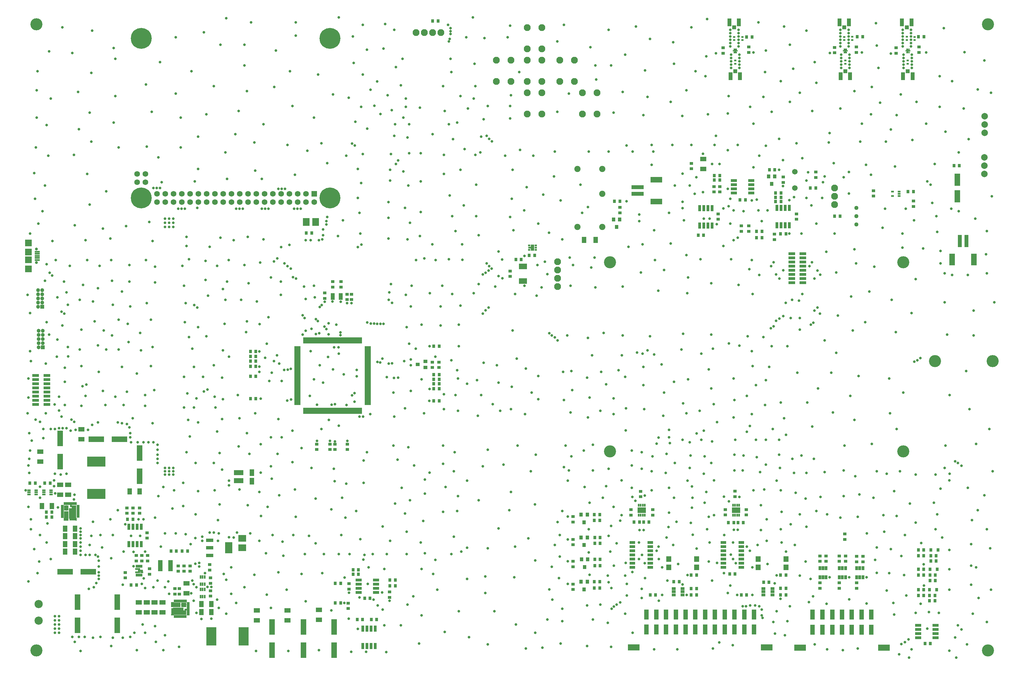
<source format=gts>
G04*
G04 #@! TF.GenerationSoftware,Altium Limited,Altium Designer,22.8.2 (66)*
G04*
G04 Layer_Color=8388736*
%FSLAX23Y23*%
%MOIN*%
G70*
G04*
G04 #@! TF.SameCoordinates,DFBDAC77-D3CC-4506-9E17-829F2540CA52*
G04*
G04*
G04 #@! TF.FilePolarity,Negative*
G04*
G01*
G75*
%ADD97R,0.143X0.073*%
%ADD98R,0.058X0.123*%
%ADD99R,0.036X0.043*%
%ADD100R,0.049X0.095*%
%ADD101R,0.047X0.049*%
%ADD102R,0.028X0.024*%
%ADD103R,0.043X0.036*%
%ADD104R,0.027X0.014*%
%ADD105R,0.022X0.020*%
%ADD106R,0.014X0.021*%
%ADD107R,0.014X0.028*%
%ADD108R,0.067X0.146*%
%ADD109R,0.043X0.045*%
%ADD110R,0.073X0.032*%
%ADD111R,0.077X0.057*%
%ADD112R,0.032X0.073*%
%ADD113R,0.020X0.065*%
%ADD114R,0.102X0.071*%
%ADD115R,0.020X0.035*%
%ADD116R,0.049X0.032*%
%ADD117R,0.065X0.032*%
%ADD118R,0.032X0.049*%
%ADD119R,0.033X0.041*%
%ADD120R,0.045X0.043*%
%ADD121R,0.051X0.083*%
%ADD122R,0.097X0.079*%
%ADD123R,0.091X0.134*%
%ADD124R,0.091X0.043*%
%ADD125R,0.020X0.032*%
%ADD126R,0.032X0.020*%
%ADD127R,0.063X0.020*%
%ADD128R,0.055X0.138*%
%ADD129R,0.022X0.043*%
%ADD130R,0.057X0.077*%
%ADD131R,0.122X0.221*%
%ADD132R,0.067X0.185*%
%ADD133R,0.032X0.014*%
%ADD134R,0.112X0.052*%
%ADD135R,0.030X0.079*%
%ADD136R,0.128X0.088*%
%ADD137R,0.041X0.053*%
%ADD138R,0.158X0.032*%
%ADD139R,0.032X0.059*%
%ADD140R,0.064X0.052*%
%ADD141R,0.031X0.022*%
%ADD142R,0.079X0.097*%
%ADD143R,0.043X0.022*%
%ADD144R,0.185X0.067*%
%ADD145R,0.221X0.122*%
%ADD146R,0.014X0.032*%
%ADD147R,0.052X0.112*%
%ADD148R,0.079X0.030*%
%ADD149R,0.088X0.128*%
%ADD150R,0.053X0.041*%
%ADD151R,0.032X0.158*%
%ADD152R,0.059X0.032*%
%ADD153R,0.052X0.064*%
%ADD154R,0.022X0.031*%
%ADD155R,0.057X0.075*%
%ADD156R,0.061X0.024*%
%ADD157R,0.083X0.079*%
%ADD158R,0.083X0.083*%
%ADD159R,0.059X0.067*%
%ADD160R,0.036X0.024*%
%ADD161R,0.020X0.073*%
%ADD162R,0.073X0.020*%
%ADD163R,0.118X0.063*%
%ADD164R,0.057X0.079*%
%ADD165R,0.083X0.038*%
%ADD166R,0.067X0.142*%
%ADD167R,0.047X0.146*%
%ADD168R,0.142X0.067*%
%ADD169R,0.146X0.047*%
%ADD170R,0.043X0.074*%
%ADD171R,0.026X0.023*%
%ADD172R,0.043X0.023*%
%ADD173C,0.083*%
%ADD174C,0.146*%
%ADD175C,0.036*%
%ADD176C,0.051*%
%ADD177C,0.067*%
%ADD178C,0.079*%
%ADD179R,0.047X0.047*%
%ADD180C,0.047*%
%ADD181C,0.252*%
%ADD182R,0.068X0.068*%
%ADD183C,0.068*%
%ADD184C,0.075*%
%ADD185C,0.099*%
%ADD186C,0.032*%
D97*
X7374Y194D02*
D03*
X8980D02*
D03*
X10397Y191D02*
D03*
X9382D02*
D03*
D98*
X7528Y591D02*
D03*
X7646D02*
D03*
X7764D02*
D03*
X7882D02*
D03*
X8000D02*
D03*
X8118D02*
D03*
X8236D02*
D03*
X8354D02*
D03*
X8472D02*
D03*
X8591D02*
D03*
X8709D02*
D03*
X8827D02*
D03*
X7528Y409D02*
D03*
X7646D02*
D03*
X8236D02*
D03*
X8472D02*
D03*
X8591D02*
D03*
X8709D02*
D03*
X8827D02*
D03*
X8354D02*
D03*
X8118D02*
D03*
X8000D02*
D03*
X7882D02*
D03*
X7764D02*
D03*
X9535Y589D02*
D03*
X9654D02*
D03*
X9772D02*
D03*
X9890D02*
D03*
X10008D02*
D03*
X10126D02*
D03*
X10244D02*
D03*
X9535Y407D02*
D03*
X9654D02*
D03*
X9890D02*
D03*
X10008D02*
D03*
X10126D02*
D03*
X10244D02*
D03*
X9772D02*
D03*
D99*
X3482Y5195D02*
D03*
X3416D02*
D03*
X9867Y5400D02*
D03*
X9801D02*
D03*
X8347Y5890D02*
D03*
X8413D02*
D03*
X8413Y5835D02*
D03*
X8347D02*
D03*
X8723Y5595D02*
D03*
X8657D02*
D03*
X8923Y5140D02*
D03*
X8857D02*
D03*
X9153Y5680D02*
D03*
X9087D02*
D03*
X9087Y5576D02*
D03*
X9153D02*
D03*
X9153Y5627D02*
D03*
X9087D02*
D03*
X9147Y5185D02*
D03*
X9213D02*
D03*
X8218Y5170D02*
D03*
X8152D02*
D03*
X6015Y4875D02*
D03*
X5949D02*
D03*
X6111Y4925D02*
D03*
X6177D02*
D03*
X7492Y1705D02*
D03*
X7558D02*
D03*
X7445D02*
D03*
X7378D02*
D03*
X8067Y825D02*
D03*
X8133D02*
D03*
X8067Y902D02*
D03*
X8133D02*
D03*
X7857Y985D02*
D03*
X7923D02*
D03*
X8066Y1065D02*
D03*
X8132D02*
D03*
X8942Y980D02*
D03*
X9008D02*
D03*
X9147Y825D02*
D03*
X9213D02*
D03*
X9147Y905D02*
D03*
X9213D02*
D03*
X9147Y1065D02*
D03*
X9213D02*
D03*
X8598Y1080D02*
D03*
X8532D02*
D03*
X8583Y1700D02*
D03*
X8517D02*
D03*
X8632D02*
D03*
X8698D02*
D03*
X6897Y910D02*
D03*
X6963D02*
D03*
X6902Y1180D02*
D03*
X6968D02*
D03*
X6902Y1450D02*
D03*
X6968D02*
D03*
X6963Y1795D02*
D03*
X6897D02*
D03*
X6897Y1725D02*
D03*
X6963D02*
D03*
X10812Y1370D02*
D03*
X10878D02*
D03*
Y1300D02*
D03*
X10812D02*
D03*
X11028D02*
D03*
X10962D02*
D03*
X10962Y1235D02*
D03*
X11028D02*
D03*
X10812Y1135D02*
D03*
X10878D02*
D03*
Y1065D02*
D03*
X10812D02*
D03*
X11018D02*
D03*
X10952D02*
D03*
X10952Y1000D02*
D03*
X11018D02*
D03*
X10812Y890D02*
D03*
X10878D02*
D03*
X11013Y820D02*
D03*
X10947D02*
D03*
X10947Y755D02*
D03*
X11013D02*
D03*
X10878Y820D02*
D03*
X10812D02*
D03*
X10892Y240D02*
D03*
X10958D02*
D03*
X2742Y3650D02*
D03*
X2808D02*
D03*
X2742Y3705D02*
D03*
X2808D02*
D03*
X2808Y3465D02*
D03*
X2742D02*
D03*
Y3765D02*
D03*
X2808D02*
D03*
X2742Y3585D02*
D03*
X2808D02*
D03*
X2742Y3197D02*
D03*
X2808D02*
D03*
X5023Y3315D02*
D03*
X4957D02*
D03*
X5023Y3830D02*
D03*
X4957D02*
D03*
X5023Y3170D02*
D03*
X4957D02*
D03*
X5023Y3485D02*
D03*
X4957D02*
D03*
X5023Y3430D02*
D03*
X4957D02*
D03*
Y3375D02*
D03*
X5023D02*
D03*
X1367Y948D02*
D03*
X1301D02*
D03*
X4048Y1130D02*
D03*
X3982D02*
D03*
X3982Y1075D02*
D03*
X4048D02*
D03*
X4122Y785D02*
D03*
X4188D02*
D03*
X4427Y1005D02*
D03*
X4493D02*
D03*
X4427Y935D02*
D03*
X4493D02*
D03*
X1323Y1740D02*
D03*
X1257D02*
D03*
X277Y1765D02*
D03*
X343D02*
D03*
X277Y1825D02*
D03*
X343D02*
D03*
X7572Y828D02*
D03*
X7638D02*
D03*
X8672Y825D02*
D03*
X8738D02*
D03*
X6902Y1520D02*
D03*
X6968D02*
D03*
X6897Y985D02*
D03*
X6963D02*
D03*
X6902Y1255D02*
D03*
X6968D02*
D03*
X77Y2175D02*
D03*
X143D02*
D03*
X257D02*
D03*
X323D02*
D03*
X1917Y1355D02*
D03*
X1983D02*
D03*
X1782D02*
D03*
X1848D02*
D03*
X8923Y5215D02*
D03*
X8857D02*
D03*
X9507Y5740D02*
D03*
X9573D02*
D03*
X10753Y5695D02*
D03*
X10687D02*
D03*
X9012Y5960D02*
D03*
X9078D02*
D03*
X11308Y6010D02*
D03*
X11242D02*
D03*
X4032Y530D02*
D03*
X4098D02*
D03*
X4268D02*
D03*
X4202D02*
D03*
X3833Y965D02*
D03*
X3767D02*
D03*
X3833Y730D02*
D03*
X3767D02*
D03*
X5011Y7756D02*
D03*
X4945D02*
D03*
X10881Y7565D02*
D03*
X10815D02*
D03*
X10139D02*
D03*
X10073D02*
D03*
X8803Y7563D02*
D03*
X8736D02*
D03*
X7206Y5579D02*
D03*
X7139D02*
D03*
D100*
X8529Y7740D02*
D03*
X8645D02*
D03*
X8658Y7090D02*
D03*
X8542D02*
D03*
X9859Y7740D02*
D03*
X9975D02*
D03*
X9988Y7090D02*
D03*
X9872D02*
D03*
X10615Y7740D02*
D03*
X10731D02*
D03*
X10743Y7090D02*
D03*
X10627D02*
D03*
D101*
X8587Y7680D02*
D03*
X8600Y7150D02*
D03*
X9917Y7680D02*
D03*
X9930Y7150D02*
D03*
X10673Y7680D02*
D03*
X10685Y7150D02*
D03*
D102*
X8687Y7525D02*
D03*
Y7564D02*
D03*
X8587Y7525D02*
D03*
Y7564D02*
D03*
X8600Y7240D02*
D03*
Y7280D02*
D03*
X9916Y7525D02*
D03*
Y7564D02*
D03*
X10012Y7525D02*
D03*
Y7565D02*
D03*
X9930Y7240D02*
D03*
Y7280D02*
D03*
X10767Y7525D02*
D03*
Y7564D02*
D03*
X10673Y7525D02*
D03*
Y7565D02*
D03*
X10685Y7240D02*
D03*
Y7280D02*
D03*
D103*
X8455Y7367D02*
D03*
Y7433D02*
D03*
X10754Y5517D02*
D03*
Y5583D02*
D03*
X9179Y5873D02*
D03*
Y5807D02*
D03*
X8345Y5758D02*
D03*
Y5692D02*
D03*
X8415Y5692D02*
D03*
Y5758D02*
D03*
X9340Y5362D02*
D03*
Y5428D02*
D03*
X9075Y5117D02*
D03*
Y5183D02*
D03*
X8765Y5283D02*
D03*
Y5217D02*
D03*
X8675Y5217D02*
D03*
Y5283D02*
D03*
X8395Y5362D02*
D03*
Y5428D02*
D03*
X7340Y1857D02*
D03*
Y1791D02*
D03*
X7605Y1789D02*
D03*
Y1855D02*
D03*
X8480Y1858D02*
D03*
Y1792D02*
D03*
X8735D02*
D03*
Y1858D02*
D03*
X8597Y2079D02*
D03*
Y2012D02*
D03*
X6640Y1432D02*
D03*
Y1498D02*
D03*
Y1707D02*
D03*
Y1773D02*
D03*
X9622Y1232D02*
D03*
Y1298D02*
D03*
X9697Y1232D02*
D03*
Y1298D02*
D03*
X9623Y973D02*
D03*
Y907D02*
D03*
X9932Y1232D02*
D03*
Y1298D02*
D03*
X9858Y1232D02*
D03*
Y1298D02*
D03*
X9857Y972D02*
D03*
Y905D02*
D03*
X10143Y1227D02*
D03*
Y1293D02*
D03*
X10068Y1227D02*
D03*
Y1293D02*
D03*
X10067Y973D02*
D03*
Y907D02*
D03*
X3915Y2582D02*
D03*
Y2648D02*
D03*
X3705Y2582D02*
D03*
Y2648D02*
D03*
X3545Y2582D02*
D03*
Y2648D02*
D03*
X3640Y4473D02*
D03*
Y4407D02*
D03*
X5020Y3638D02*
D03*
Y3572D02*
D03*
X4940Y3572D02*
D03*
Y3638D02*
D03*
X3765Y2582D02*
D03*
Y2648D02*
D03*
X3910Y4458D02*
D03*
Y4392D02*
D03*
X3965Y4458D02*
D03*
Y4392D02*
D03*
X2250Y1193D02*
D03*
Y1127D02*
D03*
X1500Y1303D02*
D03*
Y1237D02*
D03*
X1430D02*
D03*
Y1303D02*
D03*
X1525Y1077D02*
D03*
Y1143D02*
D03*
X1365Y1237D02*
D03*
Y1303D02*
D03*
X2015Y1178D02*
D03*
Y1112D02*
D03*
X1940Y1178D02*
D03*
Y1112D02*
D03*
X1870Y1178D02*
D03*
Y1112D02*
D03*
X3925Y728D02*
D03*
Y662D02*
D03*
X3935Y963D02*
D03*
Y897D02*
D03*
X4425Y797D02*
D03*
Y863D02*
D03*
X2260Y967D02*
D03*
Y1033D02*
D03*
Y812D02*
D03*
Y878D02*
D03*
X1830Y903D02*
D03*
Y837D02*
D03*
X1885Y903D02*
D03*
Y837D02*
D03*
X1495Y1512D02*
D03*
Y1578D02*
D03*
X1250Y1878D02*
D03*
Y1812D02*
D03*
X1405Y1878D02*
D03*
Y1812D02*
D03*
X1325Y1812D02*
D03*
Y1878D02*
D03*
X7206Y5506D02*
D03*
Y5439D02*
D03*
X7458Y2012D02*
D03*
Y2078D02*
D03*
X9925Y1497D02*
D03*
Y1564D02*
D03*
X6640Y958D02*
D03*
Y892D02*
D03*
Y1233D02*
D03*
Y1167D02*
D03*
X1230Y1032D02*
D03*
Y1098D02*
D03*
X8070Y5972D02*
D03*
Y6038D02*
D03*
X9575Y5867D02*
D03*
Y5933D02*
D03*
X10270Y5708D02*
D03*
Y5642D02*
D03*
X3836Y4542D02*
D03*
Y4609D02*
D03*
X3736Y4542D02*
D03*
Y4609D02*
D03*
X10545Y7433D02*
D03*
Y7367D02*
D03*
X10820Y7442D02*
D03*
Y7375D02*
D03*
X9800Y7438D02*
D03*
Y7372D02*
D03*
X10065Y7442D02*
D03*
Y7375D02*
D03*
X8762Y7442D02*
D03*
Y7375D02*
D03*
X5880Y4672D02*
D03*
Y4738D02*
D03*
D104*
X8584Y7395D02*
D03*
X8617D02*
D03*
X9914D02*
D03*
X9946D02*
D03*
X10669D02*
D03*
X10702D02*
D03*
D105*
X8600D02*
D03*
X9930D02*
D03*
X10685D02*
D03*
D106*
X8614Y7375D02*
D03*
X8600Y7376D02*
D03*
X8586D02*
D03*
Y7414D02*
D03*
X8614D02*
D03*
X9944Y7375D02*
D03*
X9930Y7376D02*
D03*
X9916D02*
D03*
Y7414D02*
D03*
X9944D02*
D03*
X10699Y7375D02*
D03*
X10685Y7376D02*
D03*
X10672D02*
D03*
Y7414D02*
D03*
X10699D02*
D03*
D107*
X8600Y7411D02*
D03*
X9930D02*
D03*
X10685D02*
D03*
D108*
X11285Y5640D02*
D03*
Y5840D02*
D03*
D109*
X9040Y5789D02*
D03*
X9003Y5881D02*
D03*
X9077D02*
D03*
X7168Y5269D02*
D03*
X7130Y5361D02*
D03*
X7205D02*
D03*
X6775Y1429D02*
D03*
X6738Y1521D02*
D03*
X6812D02*
D03*
X6775Y1704D02*
D03*
X6738Y1796D02*
D03*
X6812D02*
D03*
X6775Y894D02*
D03*
X6738Y986D02*
D03*
X6812D02*
D03*
X6780Y1164D02*
D03*
X6743Y1256D02*
D03*
X6817D02*
D03*
D110*
X8585Y5830D02*
D03*
Y5780D02*
D03*
Y5730D02*
D03*
Y5680D02*
D03*
X8795Y5830D02*
D03*
Y5780D02*
D03*
Y5730D02*
D03*
Y5680D02*
D03*
X4260Y855D02*
D03*
Y905D02*
D03*
Y955D02*
D03*
Y1005D02*
D03*
X4050Y855D02*
D03*
Y905D02*
D03*
Y955D02*
D03*
Y1005D02*
D03*
X11020Y310D02*
D03*
Y360D02*
D03*
Y410D02*
D03*
Y460D02*
D03*
X10810Y310D02*
D03*
Y360D02*
D03*
Y410D02*
D03*
Y460D02*
D03*
D111*
X8215Y6090D02*
D03*
Y5970D02*
D03*
X1395Y615D02*
D03*
Y735D02*
D03*
X1490Y615D02*
D03*
Y735D02*
D03*
X1585Y615D02*
D03*
Y735D02*
D03*
X1680Y615D02*
D03*
Y735D02*
D03*
X445Y2035D02*
D03*
Y2155D02*
D03*
X540Y2155D02*
D03*
Y2035D02*
D03*
X700Y2705D02*
D03*
Y2825D02*
D03*
X205Y2435D02*
D03*
Y2555D02*
D03*
X1970Y845D02*
D03*
Y965D02*
D03*
X2820Y520D02*
D03*
Y640D02*
D03*
X3570Y525D02*
D03*
Y645D02*
D03*
X3190Y520D02*
D03*
Y640D02*
D03*
D112*
X9105Y5290D02*
D03*
X9155D02*
D03*
X9205D02*
D03*
X9255D02*
D03*
X9105Y5500D02*
D03*
X9155D02*
D03*
X9205D02*
D03*
X9255D02*
D03*
X8170Y5285D02*
D03*
X8220D02*
D03*
X8270D02*
D03*
X8320D02*
D03*
X8170Y5495D02*
D03*
X8220D02*
D03*
X8270D02*
D03*
X8320D02*
D03*
X4250Y420D02*
D03*
X4200D02*
D03*
X4150D02*
D03*
X4100D02*
D03*
X4250Y210D02*
D03*
X4200D02*
D03*
X4150D02*
D03*
X4100D02*
D03*
X1275Y1440D02*
D03*
X1325D02*
D03*
X1375D02*
D03*
X1425D02*
D03*
X1275Y1650D02*
D03*
X1325D02*
D03*
X1375D02*
D03*
X1425D02*
D03*
D113*
X6074Y4792D02*
D03*
X6055D02*
D03*
X6035D02*
D03*
X6015D02*
D03*
X5996D02*
D03*
X6074Y4618D02*
D03*
X6055D02*
D03*
X6035D02*
D03*
X6015D02*
D03*
X5996D02*
D03*
D114*
X7470Y1850D02*
D03*
X8610D02*
D03*
D115*
X7432Y1790D02*
D03*
X7457D02*
D03*
X7483D02*
D03*
X7508D02*
D03*
X7432Y1910D02*
D03*
X7457D02*
D03*
X7483D02*
D03*
X7508D02*
D03*
X8572Y1790D02*
D03*
X8597D02*
D03*
X8623D02*
D03*
X8648D02*
D03*
X8572Y1910D02*
D03*
X8597D02*
D03*
X8623D02*
D03*
X8648D02*
D03*
D116*
X7964Y828D02*
D03*
Y865D02*
D03*
Y902D02*
D03*
X7856D02*
D03*
Y865D02*
D03*
Y828D02*
D03*
X9049D02*
D03*
Y865D02*
D03*
Y902D02*
D03*
X8941D02*
D03*
Y865D02*
D03*
Y828D02*
D03*
D117*
X8458Y1460D02*
D03*
Y1410D02*
D03*
Y1360D02*
D03*
Y1310D02*
D03*
Y1260D02*
D03*
Y1210D02*
D03*
Y1160D02*
D03*
X8672Y1460D02*
D03*
Y1410D02*
D03*
Y1360D02*
D03*
Y1310D02*
D03*
Y1260D02*
D03*
Y1210D02*
D03*
Y1160D02*
D03*
X7572D02*
D03*
Y1210D02*
D03*
Y1260D02*
D03*
Y1310D02*
D03*
Y1360D02*
D03*
Y1410D02*
D03*
Y1460D02*
D03*
X7358Y1160D02*
D03*
Y1210D02*
D03*
Y1260D02*
D03*
Y1310D02*
D03*
Y1360D02*
D03*
Y1410D02*
D03*
Y1460D02*
D03*
D118*
X9697Y1149D02*
D03*
X9660D02*
D03*
X9623D02*
D03*
Y1041D02*
D03*
X9660D02*
D03*
X9697D02*
D03*
X9932Y1149D02*
D03*
X9895D02*
D03*
X9858D02*
D03*
Y1041D02*
D03*
X9895D02*
D03*
X9932D02*
D03*
X10142Y1149D02*
D03*
X10105D02*
D03*
X10068D02*
D03*
Y1041D02*
D03*
X10105D02*
D03*
X10142D02*
D03*
D119*
X10962Y1370D02*
D03*
X11050D02*
D03*
X10953Y1136D02*
D03*
X11041D02*
D03*
X10947Y890D02*
D03*
X11035D02*
D03*
D120*
X4856Y3573D02*
D03*
Y3647D02*
D03*
X4764Y3610D02*
D03*
D121*
X3834Y4430D02*
D03*
X3736D02*
D03*
D122*
X2645Y1396D02*
D03*
Y1510D02*
D03*
D123*
X2481Y1395D02*
D03*
D124*
X2249Y1304D02*
D03*
Y1395D02*
D03*
Y1486D02*
D03*
D125*
X1368Y1173D02*
D03*
X1388D02*
D03*
X1408D02*
D03*
X1427D02*
D03*
Y1067D02*
D03*
X1408D02*
D03*
X1388D02*
D03*
X1368D02*
D03*
X1964Y754D02*
D03*
X1944D02*
D03*
X1925D02*
D03*
X1905D02*
D03*
X1885D02*
D03*
X1865D02*
D03*
X1846D02*
D03*
X1826D02*
D03*
X575Y1929D02*
D03*
X555D02*
D03*
X535D02*
D03*
X516D02*
D03*
X496D02*
D03*
D126*
X1431Y1100D02*
D03*
X1989Y650D02*
D03*
Y670D02*
D03*
Y690D02*
D03*
Y709D02*
D03*
Y729D02*
D03*
X471Y1904D02*
D03*
Y1884D02*
D03*
Y1865D02*
D03*
Y1845D02*
D03*
Y1825D02*
D03*
Y1805D02*
D03*
Y1786D02*
D03*
Y1766D02*
D03*
D127*
X1415Y1120D02*
D03*
X1380Y1100D02*
D03*
Y1139D02*
D03*
D128*
X1776Y1180D02*
D03*
X1654D02*
D03*
D129*
X2191Y1042D02*
D03*
X2165D02*
D03*
X2139D02*
D03*
X2191Y958D02*
D03*
X2165D02*
D03*
X2139D02*
D03*
X2191Y892D02*
D03*
X2165D02*
D03*
X2139D02*
D03*
X2191Y808D02*
D03*
X2165D02*
D03*
X2139D02*
D03*
D130*
X2150Y620D02*
D03*
X2270D02*
D03*
X2270Y715D02*
D03*
X2150D02*
D03*
X225Y1900D02*
D03*
X345D02*
D03*
X625Y1350D02*
D03*
X505D02*
D03*
X625Y1440D02*
D03*
X505D02*
D03*
X625Y1535D02*
D03*
X505D02*
D03*
X625Y1625D02*
D03*
X505D02*
D03*
X1405Y2075D02*
D03*
X1285D02*
D03*
D131*
X2270Y325D02*
D03*
X2660D02*
D03*
D132*
X3755Y440D02*
D03*
Y160D02*
D03*
X3385Y440D02*
D03*
Y160D02*
D03*
X3005Y440D02*
D03*
Y160D02*
D03*
X445Y2435D02*
D03*
Y2715D02*
D03*
X1405Y2260D02*
D03*
Y2540D02*
D03*
X655Y461D02*
D03*
Y741D02*
D03*
X1135Y460D02*
D03*
Y740D02*
D03*
D133*
X1801Y732D02*
D03*
Y588D02*
D03*
D134*
X1840Y707D02*
D03*
D135*
X1800Y627D02*
D03*
D136*
X1870Y631D02*
D03*
D137*
X1947Y614D02*
D03*
D138*
X1895Y566D02*
D03*
D139*
X1989Y611D02*
D03*
D140*
X1936Y707D02*
D03*
D141*
X1960Y651D02*
D03*
D142*
X3416Y5330D02*
D03*
X3530D02*
D03*
D143*
X248Y2091D02*
D03*
Y2065D02*
D03*
Y2039D02*
D03*
X332Y2091D02*
D03*
Y2065D02*
D03*
Y2039D02*
D03*
X68Y2091D02*
D03*
Y2065D02*
D03*
Y2039D02*
D03*
X152Y2091D02*
D03*
Y2065D02*
D03*
Y2039D02*
D03*
D144*
X880Y2705D02*
D03*
X1160D02*
D03*
X505Y1105D02*
D03*
X785D02*
D03*
D145*
X880Y2045D02*
D03*
Y2435D02*
D03*
D146*
X493Y1741D02*
D03*
X637D02*
D03*
D147*
X518Y1780D02*
D03*
D148*
X598Y1740D02*
D03*
D149*
X594Y1810D02*
D03*
D150*
X611Y1887D02*
D03*
D151*
X659Y1835D02*
D03*
D152*
X614Y1929D02*
D03*
D153*
X518Y1876D02*
D03*
D154*
X574Y1900D02*
D03*
D155*
X6914Y5114D02*
D03*
X6774D02*
D03*
D156*
X166Y4895D02*
D03*
Y4920D02*
D03*
Y4946D02*
D03*
Y4869D02*
D03*
Y4971D02*
D03*
D157*
X61Y4763D02*
D03*
Y5078D02*
D03*
D158*
Y4873D02*
D03*
Y4968D02*
D03*
D159*
X8132Y1160D02*
D03*
Y1260D02*
D03*
X7798D02*
D03*
Y1160D02*
D03*
X9212D02*
D03*
Y1260D02*
D03*
X8878D02*
D03*
Y1160D02*
D03*
D160*
X10579Y5644D02*
D03*
Y5670D02*
D03*
Y5696D02*
D03*
X10501D02*
D03*
Y5644D02*
D03*
D161*
X4079Y3901D02*
D03*
X4060D02*
D03*
X4040D02*
D03*
X4020D02*
D03*
X4001D02*
D03*
X3981D02*
D03*
X3961D02*
D03*
X3942D02*
D03*
X3922D02*
D03*
X3902D02*
D03*
X3883D02*
D03*
X3863D02*
D03*
X3843D02*
D03*
X3824D02*
D03*
X3804D02*
D03*
X3784D02*
D03*
X3765D02*
D03*
X3745D02*
D03*
X3725D02*
D03*
X3705D02*
D03*
X3686D02*
D03*
X3666D02*
D03*
X3646D02*
D03*
X3627D02*
D03*
X3607D02*
D03*
X3587D02*
D03*
X3568D02*
D03*
X3548D02*
D03*
X3528D02*
D03*
X3509D02*
D03*
X3489D02*
D03*
X3469D02*
D03*
X3450D02*
D03*
X3430D02*
D03*
X3410D02*
D03*
X3391D02*
D03*
Y3049D02*
D03*
X3410D02*
D03*
X3430D02*
D03*
X3450D02*
D03*
X3469D02*
D03*
X3489D02*
D03*
X3509D02*
D03*
X3528D02*
D03*
X3548D02*
D03*
X3568D02*
D03*
X3587D02*
D03*
X3607D02*
D03*
X3627D02*
D03*
X3646D02*
D03*
X3666D02*
D03*
X3686D02*
D03*
X3705D02*
D03*
X3725D02*
D03*
X3745D02*
D03*
X3765D02*
D03*
X3784D02*
D03*
X3804D02*
D03*
X3824D02*
D03*
X3843D02*
D03*
X3863D02*
D03*
X3883D02*
D03*
X3902D02*
D03*
X3922D02*
D03*
X3942D02*
D03*
X3961D02*
D03*
X3981D02*
D03*
X4001D02*
D03*
X4020D02*
D03*
X4040D02*
D03*
X4060D02*
D03*
X4079D02*
D03*
D162*
X3309Y3819D02*
D03*
Y3800D02*
D03*
Y3780D02*
D03*
Y3760D02*
D03*
Y3741D02*
D03*
Y3721D02*
D03*
Y3701D02*
D03*
Y3682D02*
D03*
Y3662D02*
D03*
Y3642D02*
D03*
Y3623D02*
D03*
Y3603D02*
D03*
Y3583D02*
D03*
Y3564D02*
D03*
Y3544D02*
D03*
Y3524D02*
D03*
Y3505D02*
D03*
Y3485D02*
D03*
Y3465D02*
D03*
Y3445D02*
D03*
Y3426D02*
D03*
Y3406D02*
D03*
Y3386D02*
D03*
Y3367D02*
D03*
Y3347D02*
D03*
Y3327D02*
D03*
Y3308D02*
D03*
Y3288D02*
D03*
Y3268D02*
D03*
Y3249D02*
D03*
Y3229D02*
D03*
Y3209D02*
D03*
Y3190D02*
D03*
Y3170D02*
D03*
Y3150D02*
D03*
Y3131D02*
D03*
X4161D02*
D03*
Y3150D02*
D03*
Y3170D02*
D03*
Y3190D02*
D03*
Y3209D02*
D03*
Y3229D02*
D03*
Y3249D02*
D03*
Y3268D02*
D03*
Y3288D02*
D03*
Y3308D02*
D03*
Y3327D02*
D03*
Y3347D02*
D03*
Y3367D02*
D03*
Y3386D02*
D03*
Y3406D02*
D03*
Y3426D02*
D03*
Y3445D02*
D03*
Y3465D02*
D03*
Y3485D02*
D03*
Y3505D02*
D03*
Y3524D02*
D03*
Y3544D02*
D03*
Y3564D02*
D03*
Y3583D02*
D03*
Y3603D02*
D03*
Y3623D02*
D03*
Y3642D02*
D03*
Y3662D02*
D03*
Y3682D02*
D03*
Y3701D02*
D03*
Y3721D02*
D03*
Y3741D02*
D03*
Y3760D02*
D03*
Y3780D02*
D03*
Y3800D02*
D03*
Y3819D02*
D03*
D163*
X2600Y2302D02*
D03*
Y2208D02*
D03*
D164*
X2760Y2200D02*
D03*
Y2302D02*
D03*
D165*
X148Y3275D02*
D03*
X282D02*
D03*
Y3125D02*
D03*
X148D02*
D03*
X282Y3175D02*
D03*
Y3225D02*
D03*
X148Y3175D02*
D03*
Y3225D02*
D03*
X282Y3325D02*
D03*
Y3375D02*
D03*
X148Y3325D02*
D03*
Y3375D02*
D03*
X282Y3425D02*
D03*
Y3475D02*
D03*
X148Y3425D02*
D03*
Y3475D02*
D03*
X9283Y4745D02*
D03*
X9417D02*
D03*
Y4595D02*
D03*
X9283D02*
D03*
X9417Y4645D02*
D03*
Y4695D02*
D03*
X9283Y4645D02*
D03*
Y4695D02*
D03*
X9417Y4795D02*
D03*
Y4845D02*
D03*
X9283Y4795D02*
D03*
Y4845D02*
D03*
X9417Y4895D02*
D03*
Y4945D02*
D03*
X9283Y4895D02*
D03*
Y4945D02*
D03*
D166*
X11221Y4875D02*
D03*
X11485D02*
D03*
D167*
X11314Y5101D02*
D03*
X11392D02*
D03*
D168*
X7646Y5577D02*
D03*
Y5841D02*
D03*
D169*
X7420Y5670D02*
D03*
Y5749D02*
D03*
D170*
X6150Y5020D02*
D03*
D171*
X6189Y5046D02*
D03*
Y5020D02*
D03*
Y4994D02*
D03*
X6111D02*
D03*
Y5046D02*
D03*
D172*
X6120Y5020D02*
D03*
D173*
X6264Y7283D02*
D03*
Y7028D02*
D03*
X6087Y7283D02*
D03*
Y7028D02*
D03*
X9800Y5740D02*
D03*
Y5640D02*
D03*
Y5540D02*
D03*
X4745Y7618D02*
D03*
X5045D02*
D03*
X4945D02*
D03*
X4845D02*
D03*
X6087Y7421D02*
D03*
Y7677D02*
D03*
X6264Y7421D02*
D03*
Y7677D02*
D03*
X6087Y6634D02*
D03*
Y6890D02*
D03*
X6264Y6634D02*
D03*
Y6890D02*
D03*
X5713Y7028D02*
D03*
Y7283D02*
D03*
X5890Y7028D02*
D03*
Y7283D02*
D03*
X6480Y7028D02*
D03*
Y7283D02*
D03*
X6657Y7028D02*
D03*
Y7283D02*
D03*
X6752Y6634D02*
D03*
Y6890D02*
D03*
X6929Y6634D02*
D03*
Y6890D02*
D03*
X6453Y4850D02*
D03*
Y4550D02*
D03*
Y4650D02*
D03*
Y4750D02*
D03*
D174*
X11710Y3650D02*
D03*
X11015D02*
D03*
X10630Y2559D02*
D03*
X10630Y4843D02*
D03*
X7087Y4843D02*
D03*
X7087Y2559D02*
D03*
X11654Y7717D02*
D03*
Y157D02*
D03*
X157Y7717D02*
D03*
Y157D02*
D03*
D175*
Y4839D02*
D03*
Y5002D02*
D03*
D176*
X10065Y5400D02*
D03*
Y5500D02*
D03*
Y5300D02*
D03*
D177*
X9320Y5937D02*
D03*
Y5740D02*
D03*
D178*
X11610Y6010D02*
D03*
Y6110D02*
D03*
Y5910D02*
D03*
X11615Y6505D02*
D03*
Y6605D02*
D03*
Y6405D02*
D03*
D179*
X232Y3817D02*
D03*
X228Y4308D02*
D03*
D180*
X182Y3817D02*
D03*
X232Y3867D02*
D03*
X182D02*
D03*
X232Y3917D02*
D03*
X182D02*
D03*
X232Y3967D02*
D03*
X182D02*
D03*
X232Y4017D02*
D03*
X182D02*
D03*
X178Y4308D02*
D03*
X228Y4358D02*
D03*
X178D02*
D03*
X228Y4408D02*
D03*
X178D02*
D03*
X228Y4458D02*
D03*
X178D02*
D03*
X228Y4508D02*
D03*
X178D02*
D03*
D181*
X3705Y7548D02*
D03*
X1422D02*
D03*
Y5619D02*
D03*
X3705D02*
D03*
D182*
X3513Y5669D02*
D03*
D183*
X3413D02*
D03*
X3313D02*
D03*
X3213D02*
D03*
X3113D02*
D03*
X3013D02*
D03*
X3513Y5569D02*
D03*
X3413D02*
D03*
X3313D02*
D03*
X3213D02*
D03*
X3113D02*
D03*
X3013D02*
D03*
X2913Y5669D02*
D03*
Y5569D02*
D03*
X2813Y5669D02*
D03*
X2713D02*
D03*
X2613D02*
D03*
X2513D02*
D03*
X2413D02*
D03*
X2313D02*
D03*
X2813Y5569D02*
D03*
X2713D02*
D03*
X2613D02*
D03*
X2513D02*
D03*
X2413D02*
D03*
X2313D02*
D03*
X2213Y5669D02*
D03*
Y5569D02*
D03*
X2113Y5669D02*
D03*
X2013D02*
D03*
X1913D02*
D03*
X1813D02*
D03*
X1713D02*
D03*
X1613D02*
D03*
X2113Y5569D02*
D03*
X2013D02*
D03*
X1913D02*
D03*
X1813D02*
D03*
X1713D02*
D03*
X1613D02*
D03*
X1473Y5910D02*
D03*
X1373D02*
D03*
X1473Y5810D02*
D03*
X1373D02*
D03*
D184*
X6693Y5269D02*
D03*
X6993D02*
D03*
Y5669D02*
D03*
X6693Y5969D02*
D03*
X6993D02*
D03*
D185*
X182Y515D02*
D03*
Y715D02*
D03*
D186*
X520Y1893D02*
D03*
X2270Y922D02*
D03*
X2089Y921D02*
D03*
X1954Y710D02*
D03*
X1947Y614D02*
D03*
X4390Y3457D02*
D03*
X7792Y1647D02*
D03*
X8086Y1552D02*
D03*
X8064Y1696D02*
D03*
X8077Y1879D02*
D03*
X8085Y1999D02*
D03*
X8078Y2137D02*
D03*
X8023Y2208D02*
D03*
Y1065D02*
D03*
X9080Y360D02*
D03*
X9060Y500D02*
D03*
X9100Y630D02*
D03*
X10080Y180D02*
D03*
X9900Y160D02*
D03*
X9710Y170D02*
D03*
X9560Y230D02*
D03*
X9200Y340D02*
D03*
X9230Y510D02*
D03*
X9260Y690D02*
D03*
X9490Y740D02*
D03*
X9540Y810D02*
D03*
X9510Y1020D02*
D03*
X11450Y950D02*
D03*
X11470Y600D02*
D03*
X11640Y500D02*
D03*
X11400Y230D02*
D03*
X11270Y70D02*
D03*
X10700D02*
D03*
X10580Y110D02*
D03*
X10730Y170D02*
D03*
X10920Y420D02*
D03*
X11060Y610D02*
D03*
X10940Y620D02*
D03*
X10840Y720D02*
D03*
X10780Y610D02*
D03*
X10520Y590D02*
D03*
X10510Y730D02*
D03*
X10430Y880D02*
D03*
X10460Y1090D02*
D03*
X10290Y1250D02*
D03*
X11450Y1180D02*
D03*
X11540Y790D02*
D03*
X11690Y890D02*
D03*
X11510Y1160D02*
D03*
X11680Y1390D02*
D03*
X11460Y1730D02*
D03*
X11640Y1620D02*
D03*
X11450Y1440D02*
D03*
X11100Y1520D02*
D03*
X11020Y1620D02*
D03*
X11040Y1800D02*
D03*
X11000Y1940D02*
D03*
X11080Y2110D02*
D03*
X10710Y1930D02*
D03*
X10780Y1700D02*
D03*
X10650Y1550D02*
D03*
X10480Y1380D02*
D03*
X10400Y1590D02*
D03*
X10310Y1400D02*
D03*
X10190Y1570D02*
D03*
X10390Y1790D02*
D03*
X10550Y1780D02*
D03*
X10520Y2080D02*
D03*
X10270Y2000D02*
D03*
X9910Y2020D02*
D03*
X10080Y1770D02*
D03*
X9870Y1760D02*
D03*
X10100Y2040D02*
D03*
X9630Y2010D02*
D03*
X9710Y1800D02*
D03*
X9460Y1650D02*
D03*
X9380Y1060D02*
D03*
X9450Y1230D02*
D03*
X9320Y1430D02*
D03*
X9270Y1680D02*
D03*
X9330Y2060D02*
D03*
X9580Y1840D02*
D03*
X9450Y1990D02*
D03*
X9380Y1800D02*
D03*
X9160Y1460D02*
D03*
X9150Y1620D02*
D03*
X9160Y1830D02*
D03*
X9150Y2090D02*
D03*
X11610Y2030D02*
D03*
X11530Y1850D02*
D03*
X11410Y2120D02*
D03*
X11710Y2320D02*
D03*
X11140Y2630D02*
D03*
X11510Y2650D02*
D03*
X11190Y2290D02*
D03*
X11130Y2360D02*
D03*
X11020Y2280D02*
D03*
X10780D02*
D03*
X10590Y2320D02*
D03*
X10430Y2290D02*
D03*
X10310Y2320D02*
D03*
X10050Y2260D02*
D03*
X9910Y2330D02*
D03*
X9680Y2310D02*
D03*
X9550Y2470D02*
D03*
X9460Y2300D02*
D03*
X9290Y2470D02*
D03*
X9310Y2300D02*
D03*
X9130Y2700D02*
D03*
X9140Y2360D02*
D03*
X9130Y2520D02*
D03*
X9400Y2510D02*
D03*
X10250Y2650D02*
D03*
X10550Y2830D02*
D03*
X10470Y3020D02*
D03*
X9990Y3230D02*
D03*
X9780Y3030D02*
D03*
X10040Y2940D02*
D03*
X9760Y3510D02*
D03*
X9920Y2630D02*
D03*
X9190Y2960D02*
D03*
X9470Y3150D02*
D03*
X9530Y2860D02*
D03*
X9150Y3150D02*
D03*
X9350Y3510D02*
D03*
X9600Y3320D02*
D03*
X10090Y3470D02*
D03*
X10460Y3440D02*
D03*
X10630Y3270D02*
D03*
X11670Y2830D02*
D03*
X11430Y3070D02*
D03*
X11190Y3240D02*
D03*
X11390Y3530D02*
D03*
X11160Y3970D02*
D03*
X11480Y3960D02*
D03*
X11730Y4360D02*
D03*
X11480Y4260D02*
D03*
X11130Y4360D02*
D03*
X10730Y4230D02*
D03*
X10540Y4000D02*
D03*
X10170Y4120D02*
D03*
X10020Y4020D02*
D03*
X9820Y3750D02*
D03*
X9230Y3830D02*
D03*
X9380Y4030D02*
D03*
X9680Y3900D02*
D03*
X9840Y4200D02*
D03*
X10000Y4430D02*
D03*
X10780Y4640D02*
D03*
X10490Y4390D02*
D03*
X10280Y4790D02*
D03*
X10060Y4830D02*
D03*
X10220Y4490D02*
D03*
X9370Y4380D02*
D03*
X9380Y4170D02*
D03*
X9270D02*
D03*
X9410Y4460D02*
D03*
X9820Y4720D02*
D03*
X9700Y4970D02*
D03*
X10040Y5000D02*
D03*
X10620Y5020D02*
D03*
X10870Y5010D02*
D03*
X11080Y4980D02*
D03*
Y4830D02*
D03*
X11130Y4710D02*
D03*
X11220Y4690D02*
D03*
X11410D02*
D03*
X11640Y4710D02*
D03*
X11630Y4940D02*
D03*
X11640Y5220D02*
D03*
X10620Y5190D02*
D03*
X9400D02*
D03*
X9800D02*
D03*
X10380Y5260D02*
D03*
X10410Y5490D02*
D03*
X10660D02*
D03*
X10760Y5350D02*
D03*
X11040Y5210D02*
D03*
X11700Y5640D02*
D03*
X11500Y5370D02*
D03*
X11300Y5460D02*
D03*
X11210Y5490D02*
D03*
X11030Y5400D02*
D03*
X10980Y5560D02*
D03*
X10960Y5780D02*
D03*
X9580Y5310D02*
D03*
X9520Y5530D02*
D03*
X9650Y5620D02*
D03*
X9910Y5870D02*
D03*
X9680Y5880D02*
D03*
X9660Y5810D02*
D03*
X9480Y5930D02*
D03*
X9460Y5830D02*
D03*
Y5620D02*
D03*
X9310Y5630D02*
D03*
X8520Y5520D02*
D03*
X8540Y5610D02*
D03*
X8800Y5590D02*
D03*
X8860Y5600D02*
D03*
X8820Y5990D02*
D03*
X11420Y6330D02*
D03*
X11300Y6170D02*
D03*
X11010Y6030D02*
D03*
X10920Y5820D02*
D03*
X10530Y6000D02*
D03*
X10240Y5900D02*
D03*
X10180Y6020D02*
D03*
X9790Y6040D02*
D03*
X9410Y6100D02*
D03*
X9340Y6280D02*
D03*
X9730Y6290D02*
D03*
X10110Y6300D02*
D03*
X10420D02*
D03*
X10740Y6320D02*
D03*
X11140Y6420D02*
D03*
X11360Y6700D02*
D03*
X11690Y6890D02*
D03*
X11530Y6930D02*
D03*
X11070Y6720D02*
D03*
Y7090D02*
D03*
X11220Y7030D02*
D03*
X11610Y7280D02*
D03*
X11370Y7380D02*
D03*
X11120Y7670D02*
D03*
X10600Y6870D02*
D03*
X10790Y6780D02*
D03*
X10550Y6620D02*
D03*
X10240Y6630D02*
D03*
X10350Y6770D02*
D03*
X10250Y6960D02*
D03*
X10300Y7730D02*
D03*
X10310Y7460D02*
D03*
X10330Y7190D02*
D03*
X9560Y7260D02*
D03*
X9870Y6700D02*
D03*
X10040Y6910D02*
D03*
X9580Y7010D02*
D03*
X9530Y6670D02*
D03*
X9040Y6660D02*
D03*
X9150Y7030D02*
D03*
X9260Y6780D02*
D03*
X9380Y6890D02*
D03*
X9300Y7180D02*
D03*
X9260Y7470D02*
D03*
X9460Y7640D02*
D03*
X9190Y7690D02*
D03*
X10735Y7190D02*
D03*
Y7230D02*
D03*
Y7270D02*
D03*
Y7310D02*
D03*
X10635Y7190D02*
D03*
Y7230D02*
D03*
Y7270D02*
D03*
Y7310D02*
D03*
Y7350D02*
D03*
X10735D02*
D03*
X10625Y7450D02*
D03*
Y7490D02*
D03*
Y7530D02*
D03*
Y7570D02*
D03*
Y7610D02*
D03*
Y7650D02*
D03*
X10725D02*
D03*
Y7610D02*
D03*
Y7570D02*
D03*
Y7530D02*
D03*
Y7490D02*
D03*
Y7450D02*
D03*
X9980Y7190D02*
D03*
Y7230D02*
D03*
Y7270D02*
D03*
Y7310D02*
D03*
X9880Y7190D02*
D03*
Y7230D02*
D03*
Y7270D02*
D03*
Y7310D02*
D03*
Y7350D02*
D03*
X9980D02*
D03*
X9870Y7450D02*
D03*
Y7490D02*
D03*
Y7530D02*
D03*
Y7570D02*
D03*
Y7610D02*
D03*
Y7650D02*
D03*
X9970D02*
D03*
Y7610D02*
D03*
Y7570D02*
D03*
Y7530D02*
D03*
Y7490D02*
D03*
Y7450D02*
D03*
X8640D02*
D03*
Y7490D02*
D03*
Y7530D02*
D03*
Y7570D02*
D03*
Y7610D02*
D03*
Y7650D02*
D03*
X8540D02*
D03*
Y7610D02*
D03*
Y7570D02*
D03*
Y7530D02*
D03*
Y7490D02*
D03*
Y7450D02*
D03*
X8650Y7350D02*
D03*
X8550D02*
D03*
Y7310D02*
D03*
Y7270D02*
D03*
Y7230D02*
D03*
Y7190D02*
D03*
X8650Y7310D02*
D03*
Y7270D02*
D03*
Y7230D02*
D03*
Y7190D02*
D03*
X6450Y6660D02*
D03*
X6590Y6880D02*
D03*
X8260Y7780D02*
D03*
X8880Y7740D02*
D03*
X8970Y7400D02*
D03*
X8960Y7140D02*
D03*
X8940Y6840D02*
D03*
X8520Y6850D02*
D03*
X8780Y6720D02*
D03*
X8510Y6640D02*
D03*
X8010Y6920D02*
D03*
X8270Y6630D02*
D03*
X7960Y6610D02*
D03*
X7490Y6620D02*
D03*
X7130Y6650D02*
D03*
X7540Y6840D02*
D03*
X8120Y7150D02*
D03*
X8240Y7090D02*
D03*
X7820Y6780D02*
D03*
X7510Y7160D02*
D03*
X6920Y7050D02*
D03*
X7240Y6900D02*
D03*
X6910Y7220D02*
D03*
X7100D02*
D03*
X7860Y7240D02*
D03*
X8250Y7330D02*
D03*
X8070Y7680D02*
D03*
X7570Y7540D02*
D03*
X7270Y7350D02*
D03*
X7070Y7650D02*
D03*
X7850Y7500D02*
D03*
X7400Y7690D02*
D03*
X6850Y7440D02*
D03*
X6530Y7710D02*
D03*
X6450Y7510D02*
D03*
X5880Y7700D02*
D03*
X5850Y7560D02*
D03*
X5990Y7140D02*
D03*
X5890Y6860D02*
D03*
X5880Y6730D02*
D03*
Y6580D02*
D03*
X7590Y6020D02*
D03*
X8320Y6030D02*
D03*
X8410D02*
D03*
X8890Y6130D02*
D03*
X8970Y6250D02*
D03*
X8630Y6260D02*
D03*
X8350D02*
D03*
X8070D02*
D03*
X7840D02*
D03*
X7610Y6180D02*
D03*
X7590Y6260D02*
D03*
X7360Y6180D02*
D03*
X7070D02*
D03*
X6830D02*
D03*
X6420D02*
D03*
X6160Y6130D02*
D03*
X6000Y6200D02*
D03*
X5820Y6130D02*
D03*
X6280Y5660D02*
D03*
X8920Y5340D02*
D03*
X8990Y5470D02*
D03*
X8880D02*
D03*
X8700Y5460D02*
D03*
X8580Y5470D02*
D03*
X8630Y5140D02*
D03*
X8580Y5110D02*
D03*
X8540Y5310D02*
D03*
X8290Y5370D02*
D03*
X8220D02*
D03*
X7980Y5350D02*
D03*
X8110Y5670D02*
D03*
X8050Y5770D02*
D03*
X8130Y5870D02*
D03*
X7870Y5770D02*
D03*
X7800Y5440D02*
D03*
X7440Y5420D02*
D03*
Y5340D02*
D03*
X7620Y5230D02*
D03*
X6330Y4700D02*
D03*
X6300Y4850D02*
D03*
X6210Y4810D02*
D03*
X5700Y4550D02*
D03*
X5940Y4460D02*
D03*
X6200Y4440D02*
D03*
X6260Y4540D02*
D03*
X6750Y5440D02*
D03*
X6820Y5510D02*
D03*
X6730Y5780D02*
D03*
X6410Y5880D02*
D03*
X6080Y5750D02*
D03*
X5910Y5960D02*
D03*
X5900Y5610D02*
D03*
X6220Y5310D02*
D03*
X6490Y5590D02*
D03*
X6050Y5470D02*
D03*
X5880Y5390D02*
D03*
X5920Y5230D02*
D03*
X6350Y5200D02*
D03*
X6510Y5120D02*
D03*
X6600Y4900D02*
D03*
X6640Y4810D02*
D03*
X6610Y4560D02*
D03*
X6900Y4900D02*
D03*
X6860Y4780D02*
D03*
X6910Y4540D02*
D03*
X7240Y4550D02*
D03*
X7460Y4720D02*
D03*
X7310Y5030D02*
D03*
X7480Y5060D02*
D03*
X7630Y4870D02*
D03*
X7820Y5070D02*
D03*
X8010Y4930D02*
D03*
X7740Y4750D02*
D03*
X7670Y4500D02*
D03*
X8020Y4470D02*
D03*
X8030Y4660D02*
D03*
X8180Y4880D02*
D03*
X8310Y4590D02*
D03*
X8770Y4760D02*
D03*
X8640Y4570D02*
D03*
X8550Y4880D02*
D03*
X8800Y4870D02*
D03*
X8890Y4690D02*
D03*
X8810Y4460D02*
D03*
X5910Y4020D02*
D03*
X6871Y3720D02*
D03*
X7230D02*
D03*
X7480Y3740D02*
D03*
X7620Y3730D02*
D03*
X7950Y3790D02*
D03*
X8190Y3740D02*
D03*
X8330Y3800D02*
D03*
X6570Y3960D02*
D03*
X6820Y3930D02*
D03*
X7010Y3990D02*
D03*
X7240Y3960D02*
D03*
X7570Y3950D02*
D03*
X7970Y3980D02*
D03*
X8310Y3970D02*
D03*
X8750Y3950D02*
D03*
X8940Y3940D02*
D03*
X9040Y3830D02*
D03*
X8800Y3770D02*
D03*
X8850Y3360D02*
D03*
X8810Y3590D02*
D03*
X9010Y3580D02*
D03*
X8970Y3420D02*
D03*
X8740Y3230D02*
D03*
X8960Y3120D02*
D03*
X8800Y3010D02*
D03*
X8580Y3440D02*
D03*
X8590Y3180D02*
D03*
X8580Y2970D02*
D03*
X7860Y3400D02*
D03*
X7710Y3610D02*
D03*
X8280Y3550D02*
D03*
X8030Y3430D02*
D03*
X7740Y3270D02*
D03*
X7970Y3140D02*
D03*
X8310Y3320D02*
D03*
X8340Y3130D02*
D03*
X8170Y3050D02*
D03*
X8010Y3020D02*
D03*
X7730Y2990D02*
D03*
X7500Y3070D02*
D03*
X7490Y3360D02*
D03*
Y3580D02*
D03*
X7040Y3370D02*
D03*
X7270Y3460D02*
D03*
X7190Y3540D02*
D03*
X6980Y3520D02*
D03*
X6810Y3450D02*
D03*
X6840Y3210D02*
D03*
X7130Y3200D02*
D03*
X7280Y3080D02*
D03*
X7130Y3010D02*
D03*
X6970Y3050D02*
D03*
X6820Y2970D02*
D03*
X6610Y3030D02*
D03*
X6530Y3180D02*
D03*
X6630Y3300D02*
D03*
X6620Y3530D02*
D03*
X6520Y3520D02*
D03*
X5530Y3240D02*
D03*
X5900Y3340D02*
D03*
X5740Y3390D02*
D03*
X5480Y3420D02*
D03*
X5560Y3630D02*
D03*
X5720Y3600D02*
D03*
X5960Y3680D02*
D03*
X6070Y3560D02*
D03*
X6220Y3470D02*
D03*
X6140Y3270D02*
D03*
X6220Y3190D02*
D03*
X6060Y3010D02*
D03*
X5890Y3070D02*
D03*
X5760Y3050D02*
D03*
X5670Y3130D02*
D03*
X5490Y2990D02*
D03*
X7810Y2660D02*
D03*
X7800Y2820D02*
D03*
Y2730D02*
D03*
X8050Y2670D02*
D03*
X8190Y2700D02*
D03*
X8220Y2810D02*
D03*
X8320Y2680D02*
D03*
X8600Y2700D02*
D03*
X8850D02*
D03*
X8970D02*
D03*
X8860Y2490D02*
D03*
X8970Y2400D02*
D03*
X8900Y2310D02*
D03*
X8950Y2100D02*
D03*
X8820Y2090D02*
D03*
X8910Y1910D02*
D03*
X8980Y1740D02*
D03*
X8910Y1610D02*
D03*
X8980Y1480D02*
D03*
X8870Y1430D02*
D03*
X8990Y1200D02*
D03*
X8690Y2330D02*
D03*
X8700Y2510D02*
D03*
X8590Y2330D02*
D03*
Y2520D02*
D03*
X8230Y2500D02*
D03*
X8310Y2420D02*
D03*
X8220Y2290D02*
D03*
X8050Y2360D02*
D03*
X8060Y2510D02*
D03*
X7770Y2530D02*
D03*
X7870Y2420D02*
D03*
X7760Y2300D02*
D03*
X7590Y2320D02*
D03*
X7600Y2500D02*
D03*
X7470Y2350D02*
D03*
Y2550D02*
D03*
X7350Y2390D02*
D03*
Y2570D02*
D03*
X7070Y2350D02*
D03*
X6880Y2640D02*
D03*
X6770Y2570D02*
D03*
X6880Y2330D02*
D03*
X6590D02*
D03*
X6530Y2370D02*
D03*
X6620Y2500D02*
D03*
X6550Y2630D02*
D03*
X6190Y2520D02*
D03*
X6130Y2320D02*
D03*
X5970Y2630D02*
D03*
X5800Y2400D02*
D03*
X5610Y2580D02*
D03*
X5550Y2380D02*
D03*
X7620Y170D02*
D03*
X7900D02*
D03*
X8330Y180D02*
D03*
X8570Y220D02*
D03*
X8280Y1230D02*
D03*
X8290Y1460D02*
D03*
X8260Y1620D02*
D03*
X8280Y1770D02*
D03*
X8230Y1940D02*
D03*
X8250Y2070D02*
D03*
X7800Y2120D02*
D03*
X7590Y2090D02*
D03*
X7350Y2120D02*
D03*
X7040Y2140D02*
D03*
X6780Y2130D02*
D03*
X6840Y1940D02*
D03*
X7000Y2000D02*
D03*
X7130Y1890D02*
D03*
X7860Y2000D02*
D03*
X7800Y1820D02*
D03*
X7890Y1710D02*
D03*
X7770Y1520D02*
D03*
X7850Y1430D02*
D03*
X7910Y1200D02*
D03*
X7780Y1000D02*
D03*
X8320D02*
D03*
X8510Y850D02*
D03*
X8540Y940D02*
D03*
X8930Y550D02*
D03*
X8920Y580D02*
D03*
Y650D02*
D03*
X8840Y700D02*
D03*
X8889Y691D02*
D03*
X8780Y700D02*
D03*
X8730Y690D02*
D03*
X8690D02*
D03*
X7470Y790D02*
D03*
Y900D02*
D03*
X7510Y1030D02*
D03*
X7270Y1060D02*
D03*
X7070Y980D02*
D03*
X7090Y1350D02*
D03*
X7070Y1540D02*
D03*
X7100Y1660D02*
D03*
X6840Y1070D02*
D03*
X6830Y1620D02*
D03*
Y1340D02*
D03*
X5870Y1850D02*
D03*
X6180Y1920D02*
D03*
X5890Y2070D02*
D03*
X5500Y1970D02*
D03*
X5740Y1630D02*
D03*
X6100Y1510D02*
D03*
X5940Y1410D02*
D03*
X5610Y1390D02*
D03*
X6510Y1840D02*
D03*
X6480Y1550D02*
D03*
Y1290D02*
D03*
X6470Y1030D02*
D03*
X7060Y1060D02*
D03*
X7290Y960D02*
D03*
Y820D02*
D03*
X6880Y530D02*
D03*
X6810Y700D02*
D03*
X6970Y710D02*
D03*
X7060Y490D02*
D03*
X7270Y600D02*
D03*
X7100Y200D02*
D03*
X6810Y210D02*
D03*
X6490Y240D02*
D03*
X6510Y510D02*
D03*
Y660D02*
D03*
X6390Y770D02*
D03*
X6330Y530D02*
D03*
X5950Y470D02*
D03*
X6270Y190D02*
D03*
X6070Y180D02*
D03*
X5384Y316D02*
D03*
X5690Y630D02*
D03*
X5930Y1040D02*
D03*
X5580Y1050D02*
D03*
X5260Y630D02*
D03*
X5580Y850D02*
D03*
X5610Y230D02*
D03*
X5090Y380D02*
D03*
X5000Y890D02*
D03*
X4810Y580D02*
D03*
X4780Y240D02*
D03*
X4230Y770D02*
D03*
X4170Y1160D02*
D03*
X4160Y960D02*
D03*
X4360Y1140D02*
D03*
X4810D02*
D03*
X5360Y1020D02*
D03*
X4950Y1080D02*
D03*
X4710Y810D02*
D03*
X4640Y710D02*
D03*
X4560Y460D02*
D03*
X4280Y700D02*
D03*
X4340Y650D02*
D03*
X4360Y460D02*
D03*
X4140Y140D02*
D03*
X2810Y150D02*
D03*
X3200D02*
D03*
X3570Y160D02*
D03*
X3960Y140D02*
D03*
X3930Y540D02*
D03*
X3720Y640D02*
D03*
X3410Y750D02*
D03*
X3360Y1080D02*
D03*
X3610Y1090D02*
D03*
X3180Y890D02*
D03*
X3080Y1100D02*
D03*
X2790Y1070D02*
D03*
X2990Y670D02*
D03*
X2940Y830D02*
D03*
X2670Y920D02*
D03*
X2570Y730D02*
D03*
X2450Y1010D02*
D03*
X2510Y840D02*
D03*
Y1160D02*
D03*
X2420Y1080D02*
D03*
X2930Y1330D02*
D03*
X3140Y1300D02*
D03*
X3400Y1320D02*
D03*
X3630D02*
D03*
X3810D02*
D03*
X3940D02*
D03*
X4120Y1310D02*
D03*
X4220Y1320D02*
D03*
X4390D02*
D03*
X4630D02*
D03*
X4850Y1330D02*
D03*
X5170Y1320D02*
D03*
X5290Y1350D02*
D03*
X5240Y1840D02*
D03*
X5070Y1830D02*
D03*
X5200Y1530D02*
D03*
X4800Y1460D02*
D03*
X4630Y1590D02*
D03*
X4430Y1480D02*
D03*
X4070Y1500D02*
D03*
X3260Y1550D02*
D03*
X2540Y1520D02*
D03*
X2580Y1580D02*
D03*
X2740Y1570D02*
D03*
X3840Y1550D02*
D03*
X3530Y1450D02*
D03*
X3450Y1540D02*
D03*
X3130Y1470D02*
D03*
X3010Y1550D02*
D03*
X2850Y1480D02*
D03*
X3890Y1760D02*
D03*
X3850Y2000D02*
D03*
X3720Y1860D02*
D03*
X3530Y1990D02*
D03*
X3290Y1770D02*
D03*
X3090Y2030D02*
D03*
X2870Y1780D02*
D03*
X2710Y1910D02*
D03*
X2950Y1890D02*
D03*
X4020Y1840D02*
D03*
X4110Y2180D02*
D03*
X3900Y2170D02*
D03*
X3760Y2200D02*
D03*
X3280Y2100D02*
D03*
X3000Y2230D02*
D03*
X2850Y2070D02*
D03*
X2610Y2100D02*
D03*
X4830Y1720D02*
D03*
X4490Y1930D02*
D03*
X4610Y1810D02*
D03*
X4850Y2050D02*
D03*
X4670Y1970D02*
D03*
X4570Y2120D02*
D03*
X4850Y2220D02*
D03*
X5250Y2020D02*
D03*
X5100Y2130D02*
D03*
X5200Y2320D02*
D03*
X5070Y2410D02*
D03*
X5210Y2550D02*
D03*
X5070Y2630D02*
D03*
X4470D02*
D03*
X4720Y2390D02*
D03*
X4520Y2460D02*
D03*
X4650Y2610D02*
D03*
X5080Y3070D02*
D03*
X5250Y3050D02*
D03*
X5080Y3250D02*
D03*
X5220Y3240D02*
D03*
X5250Y3440D02*
D03*
X5240Y3540D02*
D03*
X5170Y3660D02*
D03*
X5260Y3830D02*
D03*
X4660Y3860D02*
D03*
X4740Y3800D02*
D03*
X4600Y3650D02*
D03*
X4680Y3670D02*
D03*
Y3600D02*
D03*
X4810Y3430D02*
D03*
X4680Y3290D02*
D03*
X4470Y3270D02*
D03*
X4610Y3080D02*
D03*
X4840Y3020D02*
D03*
X4480Y2980D02*
D03*
X4190Y3010D02*
D03*
X4000Y3160D02*
D03*
X3690Y2940D02*
D03*
X3810Y2870D02*
D03*
X3600Y2830D02*
D03*
X4150Y2550D02*
D03*
X4110Y2450D02*
D03*
X3750Y2350D02*
D03*
X3480Y2360D02*
D03*
X3250Y2430D02*
D03*
X3070Y2530D02*
D03*
X3360Y2600D02*
D03*
X2990Y2380D02*
D03*
X3120Y2730D02*
D03*
X2990D02*
D03*
X2730Y2530D02*
D03*
X2600Y2620D02*
D03*
X2700Y2780D02*
D03*
X2610Y2960D02*
D03*
X2800Y3020D02*
D03*
X3080Y2950D02*
D03*
X3250Y2810D02*
D03*
X3460Y3230D02*
D03*
X3740Y3550D02*
D03*
X3620Y3390D02*
D03*
X3510Y3430D02*
D03*
X3580Y3600D02*
D03*
X3870Y3490D02*
D03*
X3810Y3740D02*
D03*
X3680Y3700D02*
D03*
X3470Y3770D02*
D03*
X3120Y3410D02*
D03*
X2970D02*
D03*
X2590Y3240D02*
D03*
X2920Y3690D02*
D03*
X3090Y3620D02*
D03*
X3000Y3510D02*
D03*
X2960Y4180D02*
D03*
X2940Y3860D02*
D03*
X2690Y4000D02*
D03*
X2700Y4130D02*
D03*
X3480Y4040D02*
D03*
X3780Y4090D02*
D03*
X5260D02*
D03*
X5040Y4080D02*
D03*
X4810Y4090D02*
D03*
X4630Y4060D02*
D03*
X4680Y4310D02*
D03*
X5040D02*
D03*
X5280Y4320D02*
D03*
X5440Y4470D02*
D03*
X5500Y4580D02*
D03*
X5180Y4460D02*
D03*
X5060Y4560D02*
D03*
X4910Y4470D02*
D03*
X4690Y4560D02*
D03*
X4620Y4450D02*
D03*
X4420Y4480D02*
D03*
X4440Y4580D02*
D03*
X3520Y4420D02*
D03*
X3510Y4560D02*
D03*
X3390Y4550D02*
D03*
X3410Y4400D02*
D03*
X5140Y4880D02*
D03*
X4980Y4870D02*
D03*
X5080Y5910D02*
D03*
X5280Y5960D02*
D03*
X5470Y5780D02*
D03*
X5320Y5530D02*
D03*
X5150Y5650D02*
D03*
X5180Y5400D02*
D03*
X5470D02*
D03*
X5220Y5220D02*
D03*
X5500Y5170D02*
D03*
X5300Y5060D02*
D03*
X4940D02*
D03*
X4790Y5160D02*
D03*
X4800Y5450D02*
D03*
Y5820D02*
D03*
Y6160D02*
D03*
X4640Y5120D02*
D03*
X4670Y5320D02*
D03*
X4610Y5500D02*
D03*
X4650Y5770D02*
D03*
X4590Y5940D02*
D03*
X4410Y5130D02*
D03*
Y5380D02*
D03*
Y5570D02*
D03*
X4430Y5830D02*
D03*
Y5960D02*
D03*
X4440Y6150D02*
D03*
X4660Y6160D02*
D03*
X5190Y6330D02*
D03*
X5530Y6360D02*
D03*
X5520Y6170D02*
D03*
X5460Y6140D02*
D03*
X5330Y6210D02*
D03*
X5080Y6140D02*
D03*
X4480Y6370D02*
D03*
X4640Y6350D02*
D03*
X5560Y6570D02*
D03*
X5240Y6530D02*
D03*
X5140Y6510D02*
D03*
X4590Y6590D02*
D03*
X4490Y6510D02*
D03*
X4660D02*
D03*
X4790Y6710D02*
D03*
X5610Y6730D02*
D03*
X5370Y6700D02*
D03*
X5090Y6670D02*
D03*
X4620Y6720D02*
D03*
X4450Y6680D02*
D03*
X4400Y6860D02*
D03*
X4620Y6820D02*
D03*
X5280Y6850D02*
D03*
X5440Y6820D02*
D03*
X5460Y6970D02*
D03*
X5070D02*
D03*
X4560Y6980D02*
D03*
X5160Y7300D02*
D03*
X5570Y7550D02*
D03*
X5430Y7800D02*
D03*
X5350Y7560D02*
D03*
X5450Y7240D02*
D03*
X5170Y7140D02*
D03*
X4500Y7200D02*
D03*
X4580Y7300D02*
D03*
X5140Y7510D02*
D03*
X5150Y7540D02*
D03*
X5160Y7600D02*
D03*
X5161Y7634D02*
D03*
X5160Y7670D02*
D03*
X5130Y7710D02*
D03*
X4370Y7720D02*
D03*
X4480Y7650D02*
D03*
X3800Y5160D02*
D03*
X3110Y4450D02*
D03*
Y4610D02*
D03*
X2990Y4660D02*
D03*
X2820Y4370D02*
D03*
X2720Y4590D02*
D03*
X2630Y4390D02*
D03*
X2670Y4810D02*
D03*
X2860Y4840D02*
D03*
X2540Y5110D02*
D03*
X2710Y5150D02*
D03*
X2900Y5120D02*
D03*
X3410Y5110D02*
D03*
X3470D02*
D03*
X3570D02*
D03*
X3610Y5120D02*
D03*
X3620Y5170D02*
D03*
Y5240D02*
D03*
X3660Y5300D02*
D03*
Y5340D02*
D03*
X3670Y5390D02*
D03*
X3860Y5350D02*
D03*
X4070Y5190D02*
D03*
X4060Y5440D02*
D03*
X4040Y5620D02*
D03*
X4080Y5800D02*
D03*
X4040Y5970D02*
D03*
X4100Y6150D02*
D03*
X3900Y6130D02*
D03*
X3160Y5730D02*
D03*
X3120D02*
D03*
X3080D02*
D03*
X1650Y5740D02*
D03*
X1610D02*
D03*
X1570D02*
D03*
X1950Y5490D02*
D03*
X1910D02*
D03*
X1870D02*
D03*
X2100Y5500D02*
D03*
X2650Y5490D02*
D03*
X2610D02*
D03*
X2570D02*
D03*
X3350D02*
D03*
X3310D02*
D03*
X3270D02*
D03*
X2960D02*
D03*
X2920D02*
D03*
X2880D02*
D03*
Y5850D02*
D03*
X3280Y5900D02*
D03*
X3670Y6040D02*
D03*
X3430Y6190D02*
D03*
X3190Y6260D02*
D03*
X2800Y5950D02*
D03*
X2440Y6170D02*
D03*
X2560Y6390D02*
D03*
X2790Y6290D02*
D03*
X3600Y6280D02*
D03*
X3740Y6870D02*
D03*
X3510Y6590D02*
D03*
X3250Y6730D02*
D03*
X2900Y6510D02*
D03*
X2600Y6670D02*
D03*
X2700Y6910D02*
D03*
X3220Y7150D02*
D03*
X3030Y6960D02*
D03*
X2670Y7220D02*
D03*
X3050Y7400D02*
D03*
X3290Y7580D02*
D03*
X3560Y7110D02*
D03*
X4010Y6540D02*
D03*
X4080Y6720D02*
D03*
X3930Y6830D02*
D03*
X4100Y7110D02*
D03*
X3990Y7250D02*
D03*
X4150Y7410D02*
D03*
X3980Y7570D02*
D03*
X4100Y7710D02*
D03*
X3810Y7800D02*
D03*
X3290Y7740D02*
D03*
X2750D02*
D03*
X2450Y7790D02*
D03*
X2670Y7470D02*
D03*
X1840Y6880D02*
D03*
X2180Y7620D02*
D03*
X2380Y7470D02*
D03*
X2030Y7150D02*
D03*
X1840Y7560D02*
D03*
X1650Y7260D02*
D03*
X1480Y6990D02*
D03*
X2300Y6970D02*
D03*
X1900Y6590D02*
D03*
Y6230D02*
D03*
X2460Y5850D02*
D03*
X1970Y5150D02*
D03*
X2380Y5140D02*
D03*
X2250Y5030D02*
D03*
X1970Y5040D02*
D03*
X1550Y6660D02*
D03*
X2210Y6630D02*
D03*
X2110Y6360D02*
D03*
X1490Y6240D02*
D03*
X1630Y6110D02*
D03*
X2110Y5970D02*
D03*
X2070Y5820D02*
D03*
X1670Y5810D02*
D03*
X1520Y5330D02*
D03*
X800Y5540D02*
D03*
X1000Y5700D02*
D03*
X770Y5910D02*
D03*
X1150Y6230D02*
D03*
X820Y6300D02*
D03*
X610Y6140D02*
D03*
X660Y6900D02*
D03*
X1090Y6530D02*
D03*
X670Y6450D02*
D03*
X800Y6650D02*
D03*
X1110Y6850D02*
D03*
X820Y7130D02*
D03*
X1090Y7430D02*
D03*
X1110Y7300D02*
D03*
X590Y7370D02*
D03*
X830Y7640D02*
D03*
X470Y7680D02*
D03*
X310Y7390D02*
D03*
X170Y7150D02*
D03*
X160Y6920D02*
D03*
X330Y6820D02*
D03*
X160Y6590D02*
D03*
X280Y6500D02*
D03*
X150Y6230D02*
D03*
X300Y6130D02*
D03*
X130Y5920D02*
D03*
X260Y5770D02*
D03*
X140Y5610D02*
D03*
X230Y5460D02*
D03*
X960Y5250D02*
D03*
X1050Y5130D02*
D03*
X1560Y5100D02*
D03*
X1240Y5280D02*
D03*
X750Y5110D02*
D03*
X620Y5290D02*
D03*
X350Y5100D02*
D03*
X180Y5310D02*
D03*
X80Y5190D02*
D03*
X280Y4820D02*
D03*
X390Y4870D02*
D03*
X560Y4800D02*
D03*
X770Y4870D02*
D03*
X920Y4800D02*
D03*
X1060Y4870D02*
D03*
X1280Y4810D02*
D03*
X1480Y4870D02*
D03*
X1590Y4790D02*
D03*
X1920Y4800D02*
D03*
X2000Y4880D02*
D03*
X2200Y4860D02*
D03*
X2340Y4800D02*
D03*
X2480Y4870D02*
D03*
X2440Y4390D02*
D03*
X2230Y4440D02*
D03*
X2410Y4520D02*
D03*
X2460Y4610D02*
D03*
X2200Y4630D02*
D03*
X1940Y4560D02*
D03*
X1960Y4350D02*
D03*
X1290Y4310D02*
D03*
X1190Y4490D02*
D03*
X1070Y4620D02*
D03*
X1280Y4610D02*
D03*
X1590Y4600D02*
D03*
X1490Y4350D02*
D03*
X1080Y4330D02*
D03*
X840Y4370D02*
D03*
X900Y4530D02*
D03*
X680Y4390D02*
D03*
X720Y4570D02*
D03*
X520Y4480D02*
D03*
X490Y4610D02*
D03*
X410Y4420D02*
D03*
X260Y4620D02*
D03*
X50Y4450D02*
D03*
X80Y4230D02*
D03*
Y3770D02*
D03*
X310Y3970D02*
D03*
X280Y4120D02*
D03*
X410Y3910D02*
D03*
X470Y4080D02*
D03*
X680Y3790D02*
D03*
X700Y4030D02*
D03*
X860Y4130D02*
D03*
X970Y4020D02*
D03*
X900Y3840D02*
D03*
X1000Y3790D02*
D03*
X1070Y3960D02*
D03*
X1150Y4150D02*
D03*
X1260Y4100D02*
D03*
X1270Y3880D02*
D03*
X1150Y3790D02*
D03*
X1420Y3780D02*
D03*
X1560Y3820D02*
D03*
X1410Y3990D02*
D03*
X1540Y4150D02*
D03*
X1950Y4120D02*
D03*
X2210Y3950D02*
D03*
X2410Y3780D02*
D03*
X2040Y3800D02*
D03*
X2000Y3940D02*
D03*
X2110Y4060D02*
D03*
X2430Y4100D02*
D03*
X2400Y3450D02*
D03*
X2300Y3600D02*
D03*
X2170Y3460D02*
D03*
X2060Y3580D02*
D03*
X1940Y3460D02*
D03*
X750Y3230D02*
D03*
X960Y3290D02*
D03*
X1110Y3220D02*
D03*
X1250Y3280D02*
D03*
X1470Y3240D02*
D03*
X1580Y3300D02*
D03*
X1980Y3260D02*
D03*
X2090Y3200D02*
D03*
X2310Y3220D02*
D03*
X2410Y3190D02*
D03*
X2340Y2800D02*
D03*
X2400Y2950D02*
D03*
X2320Y3090D02*
D03*
X2060D02*
D03*
X1940D02*
D03*
X1990Y2940D02*
D03*
X2110Y2910D02*
D03*
X2010Y2740D02*
D03*
X1200Y950D02*
D03*
X1930Y1900D02*
D03*
Y2180D02*
D03*
X2080Y2420D02*
D03*
X1970Y2550D02*
D03*
X2370Y2540D02*
D03*
X2300Y2420D02*
D03*
X2400Y2340D02*
D03*
X2310Y2090D02*
D03*
X2370Y1920D02*
D03*
X2350Y1730D02*
D03*
X2360Y1570D02*
D03*
X2350Y1480D02*
D03*
X2160D02*
D03*
Y1530D02*
D03*
X2250Y1580D02*
D03*
X2300D02*
D03*
X2020Y1440D02*
D03*
X1660Y1410D02*
D03*
X1710Y1570D02*
D03*
X1840D02*
D03*
X1960Y1560D02*
D03*
X2080Y1800D02*
D03*
X1800Y1870D02*
D03*
X2110Y2080D02*
D03*
X1820Y2090D02*
D03*
X1690Y2130D02*
D03*
X1630Y2020D02*
D03*
X1590Y1760D02*
D03*
X500Y3570D02*
D03*
X1540Y3590D02*
D03*
X1370Y3500D02*
D03*
X1190Y3580D02*
D03*
X910Y3520D02*
D03*
X700Y3590D02*
D03*
X500Y3400D02*
D03*
X270Y3620D02*
D03*
X90Y3650D02*
D03*
X60Y3440D02*
D03*
Y3210D02*
D03*
X50Y3020D02*
D03*
X70Y2780D02*
D03*
X270Y3020D02*
D03*
X460Y2980D02*
D03*
X500Y3120D02*
D03*
X700Y3110D02*
D03*
X990Y3120D02*
D03*
X1210D02*
D03*
X1470Y3110D02*
D03*
X1320Y2960D02*
D03*
X1560Y2900D02*
D03*
X1620Y2420D02*
D03*
Y2470D02*
D03*
Y2520D02*
D03*
Y2580D02*
D03*
Y2640D02*
D03*
X1570Y2670D02*
D03*
X1510D02*
D03*
X1450D02*
D03*
X1380D02*
D03*
X1300D02*
D03*
X1290Y2730D02*
D03*
Y2780D02*
D03*
X1280Y2850D02*
D03*
X1250Y2890D02*
D03*
X1190Y2900D02*
D03*
X1140Y2910D02*
D03*
X900D02*
D03*
X830Y2880D02*
D03*
X780Y2820D02*
D03*
X630D02*
D03*
X570Y2810D02*
D03*
X520Y2840D02*
D03*
X475Y2841D02*
D03*
X430Y2840D02*
D03*
X380Y2830D02*
D03*
X330D02*
D03*
X240D02*
D03*
Y2720D02*
D03*
X100Y2690D02*
D03*
X80Y2570D02*
D03*
X70Y2470D02*
D03*
X60Y2390D02*
D03*
X70Y2300D02*
D03*
X520Y2290D02*
D03*
X450Y2280D02*
D03*
X380Y2290D02*
D03*
X370Y2210D02*
D03*
Y2140D02*
D03*
X610Y1980D02*
D03*
X520Y1860D02*
D03*
X570Y1790D02*
D03*
Y1850D02*
D03*
X610Y1760D02*
D03*
Y1800D02*
D03*
Y1840D02*
D03*
Y1880D02*
D03*
X200Y2000D02*
D03*
X90Y1740D02*
D03*
X60Y1890D02*
D03*
X840Y1710D02*
D03*
X1050Y1740D02*
D03*
X1140Y1850D02*
D03*
X1450Y1740D02*
D03*
X1390D02*
D03*
X1230Y1680D02*
D03*
X1410Y1540D02*
D03*
X1300D02*
D03*
X800Y1430D02*
D03*
X820Y1540D02*
D03*
X1210Y1350D02*
D03*
X1080Y1550D02*
D03*
X930D02*
D03*
X950Y1400D02*
D03*
X1060Y1270D02*
D03*
X790Y900D02*
D03*
X850Y920D02*
D03*
X880Y970D02*
D03*
X910Y1020D02*
D03*
Y1060D02*
D03*
Y1100D02*
D03*
Y1170D02*
D03*
Y1240D02*
D03*
X900Y1290D02*
D03*
X870Y1310D02*
D03*
X800D02*
D03*
X750D02*
D03*
X690D02*
D03*
Y1360D02*
D03*
Y1410D02*
D03*
Y1460D02*
D03*
Y1510D02*
D03*
Y1550D02*
D03*
Y1590D02*
D03*
Y1630D02*
D03*
X200Y1550D02*
D03*
X290Y1690D02*
D03*
X90Y1620D02*
D03*
X130Y1380D02*
D03*
X280Y1460D02*
D03*
X330Y1260D02*
D03*
X190Y1230D02*
D03*
X170Y1090D02*
D03*
X60Y990D02*
D03*
X1690Y160D02*
D03*
X2090Y610D02*
D03*
X2270Y540D02*
D03*
X2450Y600D02*
D03*
X2360Y670D02*
D03*
X2340Y770D02*
D03*
X2040Y1000D02*
D03*
X1430Y960D02*
D03*
X1470Y910D02*
D03*
X1570Y920D02*
D03*
X1620Y1000D02*
D03*
X1750Y990D02*
D03*
X1710Y920D02*
D03*
X1760Y840D02*
D03*
X1890Y620D02*
D03*
X1850D02*
D03*
X1810D02*
D03*
X1920Y710D02*
D03*
X1880Y200D02*
D03*
X1600Y260D02*
D03*
X1710Y340D02*
D03*
X1440Y470D02*
D03*
X1590Y450D02*
D03*
X1470Y370D02*
D03*
X1370Y160D02*
D03*
X1060Y210D02*
D03*
X690Y150D02*
D03*
X620Y260D02*
D03*
X1340Y370D02*
D03*
X1290Y320D02*
D03*
X1200Y310D02*
D03*
X1080D02*
D03*
X930Y320D02*
D03*
X840Y310D02*
D03*
X740Y320D02*
D03*
X670D02*
D03*
X590D02*
D03*
X430Y370D02*
D03*
Y420D02*
D03*
Y470D02*
D03*
Y520D02*
D03*
Y570D02*
D03*
X380Y370D02*
D03*
Y420D02*
D03*
Y470D02*
D03*
Y520D02*
D03*
Y570D02*
D03*
X10130Y6517D02*
D03*
Y7375D02*
D03*
X8819Y6517D02*
D03*
Y7376D02*
D03*
X10907D02*
D03*
Y6516D02*
D03*
X4945Y6389D02*
D03*
X6577Y1772D02*
D03*
X6578Y1498D02*
D03*
Y1234D02*
D03*
X6577Y2208D02*
D03*
Y959D02*
D03*
X7228Y2209D02*
D03*
Y1789D02*
D03*
X8345Y2209D02*
D03*
X8344Y1791D02*
D03*
X9101Y2207D02*
D03*
X9100Y1064D02*
D03*
X11187Y1370D02*
D03*
Y1136D02*
D03*
Y890D02*
D03*
Y154D02*
D03*
Y2210D02*
D03*
X5360Y2208D02*
D03*
X8376Y5302D02*
D03*
X8466Y1549D02*
D03*
X8465Y2012D02*
D03*
X8465Y1089D02*
D03*
X7357Y2009D02*
D03*
X7359Y369D02*
D03*
X7358Y1104D02*
D03*
X8408Y253D02*
D03*
X4039Y417D02*
D03*
X4107Y1252D02*
D03*
X4059Y795D02*
D03*
X4976Y1250D02*
D03*
Y3702D02*
D03*
X6185Y369D02*
D03*
Y1244D02*
D03*
X2484Y1523D02*
D03*
X8014Y828D02*
D03*
X9146Y780D02*
D03*
X10309Y1093D02*
D03*
X11334Y411D02*
D03*
Y2386D02*
D03*
X11256Y2441D02*
D03*
X11291Y2421D02*
D03*
X11290Y459D02*
D03*
X11258Y312D02*
D03*
X7650Y1360D02*
D03*
Y2654D02*
D03*
X7965Y954D02*
D03*
Y2701D02*
D03*
X7674Y1410D02*
D03*
X7673Y2727D02*
D03*
X8133Y1386D02*
D03*
X8132Y2777D02*
D03*
X7287Y5580D02*
D03*
X7288Y6253D02*
D03*
X4003D02*
D03*
X3999Y3264D02*
D03*
X3969Y6278D02*
D03*
X9130Y5960D02*
D03*
Y6332D02*
D03*
X3969Y3236D02*
D03*
X7277Y2812D02*
D03*
X7277Y1212D02*
D03*
X9212Y1350D02*
D03*
Y2760D02*
D03*
X8739Y1410D02*
D03*
X8740Y2796D02*
D03*
X9078Y968D02*
D03*
X9053Y2830D02*
D03*
X8778Y1361D02*
D03*
Y2867D02*
D03*
X8381Y2913D02*
D03*
X8380Y1212D02*
D03*
X3705Y2686D02*
D03*
X3725Y3124D02*
D03*
X8510Y6195D02*
D03*
X8510Y5731D02*
D03*
X4528Y6072D02*
D03*
X4527Y3449D02*
D03*
X4500Y6029D02*
D03*
X4477Y3448D02*
D03*
X9253Y5189D02*
D03*
X9209Y4353D02*
D03*
X4454Y4352D02*
D03*
Y3622D02*
D03*
X9287Y4391D02*
D03*
X9255Y5593D02*
D03*
X4413Y4389D02*
D03*
Y3621D02*
D03*
X4027Y3544D02*
D03*
Y3465D02*
D03*
X10848Y1453D02*
D03*
X10765Y3642D02*
D03*
X10878Y1195D02*
D03*
X10800Y3661D02*
D03*
X10879Y940D02*
D03*
X10838Y3687D02*
D03*
X7395Y1963D02*
D03*
X7415Y3753D02*
D03*
X7508Y2026D02*
D03*
X7539Y3779D02*
D03*
X8649Y2010D02*
D03*
Y3838D02*
D03*
X8525Y1956D02*
D03*
Y3862D02*
D03*
X6452Y3899D02*
D03*
X6452Y1706D02*
D03*
X6421Y1430D02*
D03*
X6420Y3937D02*
D03*
X6385Y1167D02*
D03*
Y3959D02*
D03*
X6352Y893D02*
D03*
Y3987D02*
D03*
X5741Y4972D02*
D03*
Y4675D02*
D03*
X3258Y4664D02*
D03*
X3186Y3173D02*
D03*
X5784Y4876D02*
D03*
X5786Y4650D02*
D03*
X3292Y4648D02*
D03*
X3234Y3185D02*
D03*
X5549Y4696D02*
D03*
X2866Y2647D02*
D03*
X5304Y4874D02*
D03*
X5360Y3376D02*
D03*
Y1395D02*
D03*
X10481Y6446D02*
D03*
X10479Y7364D02*
D03*
X5598Y6370D02*
D03*
Y4831D02*
D03*
X3152D02*
D03*
X3150Y3543D02*
D03*
X9742Y7371D02*
D03*
X9741Y6404D02*
D03*
X5627Y6334D02*
D03*
Y4798D02*
D03*
X3191D02*
D03*
X3192Y3546D02*
D03*
X8367Y7366D02*
D03*
Y6369D02*
D03*
X5660Y6304D02*
D03*
X5658Y4766D02*
D03*
X3230Y4768D02*
D03*
Y3556D02*
D03*
X4350Y7424D02*
D03*
X4350Y4100D02*
D03*
X4315Y6634D02*
D03*
X4313Y4099D02*
D03*
X4274Y7028D02*
D03*
X4275Y4100D02*
D03*
X4241Y6732D02*
D03*
X4237Y4103D02*
D03*
X4194Y6925D02*
D03*
X4196Y4102D02*
D03*
X4154Y6456D02*
D03*
Y4115D02*
D03*
X3686Y4108D02*
D03*
X2852Y4095D02*
D03*
X3575Y3985D02*
D03*
X3558Y4134D02*
D03*
X9031Y4046D02*
D03*
X9032Y4795D02*
D03*
X9063Y4844D02*
D03*
Y4069D02*
D03*
X3534Y4157D02*
D03*
Y3977D02*
D03*
X3411Y4015D02*
D03*
X3398Y4170D02*
D03*
X9512Y4091D02*
D03*
X9496Y4796D02*
D03*
X9528Y4844D02*
D03*
X9545Y4114D02*
D03*
X3372Y4202D02*
D03*
Y3969D02*
D03*
X2026Y845D02*
D03*
X2151Y536D02*
D03*
X2078Y1512D02*
D03*
X2078Y1202D02*
D03*
X2123Y1212D02*
D03*
X2125Y1171D02*
D03*
X616Y2035D02*
D03*
X385Y2053D02*
D03*
X416Y1882D02*
D03*
X3028Y3651D02*
D03*
Y4854D02*
D03*
X4745Y4869D02*
D03*
X4844Y4890D02*
D03*
X3066Y4891D02*
D03*
X3064Y3721D02*
D03*
X2100Y4296D02*
D03*
X3579Y4303D02*
D03*
X3638Y4068D02*
D03*
X3661Y4035D02*
D03*
X3605Y4327D02*
D03*
X2062D02*
D03*
X538Y3819D02*
D03*
X539Y3705D02*
D03*
X538Y4331D02*
D03*
X378Y3126D02*
D03*
X405Y3704D02*
D03*
X2484D02*
D03*
X2484Y2151D02*
D03*
X2484Y2205D02*
D03*
X4311Y3633D02*
D03*
X4334Y857D02*
D03*
X4276Y3641D02*
D03*
X3935Y853D02*
D03*
X4339Y1654D02*
D03*
X4338Y3681D02*
D03*
X2179Y3282D02*
D03*
X2192Y1091D02*
D03*
X2223Y3308D02*
D03*
X2222Y922D02*
D03*
X761Y3367D02*
D03*
X612Y2917D02*
D03*
X199D02*
D03*
Y2134D02*
D03*
X712Y3345D02*
D03*
X580Y2942D02*
D03*
X146D02*
D03*
X27Y2091D02*
D03*
X429Y3052D02*
D03*
X430Y3221D02*
D03*
X2851Y3521D02*
D03*
X9093Y4696D02*
D03*
Y4135D02*
D03*
X492Y4224D02*
D03*
X9134Y4646D02*
D03*
Y4163D02*
D03*
X461Y4246D02*
D03*
X9180Y4746D02*
D03*
Y4192D02*
D03*
X9626Y4694D02*
D03*
X9625Y4223D02*
D03*
X5549Y4224D02*
D03*
X346Y4682D02*
D03*
X9556Y4645D02*
D03*
X9557Y4261D02*
D03*
X5584Y4262D02*
D03*
X5585Y4718D02*
D03*
X318D02*
D03*
X9594Y4744D02*
D03*
X9595Y4297D02*
D03*
X5621D02*
D03*
X5619Y4744D02*
D03*
X3965Y4350D02*
D03*
X3830Y3962D02*
D03*
X3831Y3996D02*
D03*
X3910Y4351D02*
D03*
X3806Y3815D02*
D03*
X3835Y4367D02*
D03*
X3754Y3817D02*
D03*
X3735Y4369D02*
D03*
X3687Y3974D02*
D03*
X3640Y4366D02*
D03*
X4060Y2981D02*
D03*
X4040Y5025D02*
D03*
X3113D02*
D03*
X4102Y2980D02*
D03*
X4084Y5055D02*
D03*
X3214Y5052D02*
D03*
X6054Y4560D02*
D03*
Y4920D02*
D03*
X2867Y2303D02*
D03*
X4906Y2304D02*
D03*
X3548Y3123D02*
D03*
X3903Y3119D02*
D03*
X3915Y2685D02*
D03*
X3546Y2686D02*
D03*
X4906Y3314D02*
D03*
X4905Y3170D02*
D03*
X4906Y3830D02*
D03*
X2866Y3196D02*
D03*
X7962Y5572D02*
D03*
X8456Y5494D02*
D03*
Y5041D02*
D03*
X7962Y5497D02*
D03*
Y5913D02*
D03*
X9973Y5674D02*
D03*
Y5934D02*
D03*
X8211Y6153D02*
D03*
Y5691D02*
D03*
X9178Y5764D02*
D03*
Y6076D02*
D03*
X7105Y910D02*
D03*
X7106Y661D02*
D03*
X7135Y1181D02*
D03*
X7134Y686D02*
D03*
X7167Y1451D02*
D03*
Y711D02*
D03*
X7209Y1723D02*
D03*
X7210Y735D02*
D03*
X7444Y1610D02*
D03*
X7475Y1310D02*
D03*
X7493Y1611D02*
D03*
X7506Y1210D02*
D03*
X7438Y1459D02*
D03*
Y1260D02*
D03*
X7677D02*
D03*
Y755D02*
D03*
X7718Y1159D02*
D03*
X7717Y828D02*
D03*
X8608Y1211D02*
D03*
X8575Y1459D02*
D03*
X8574Y1261D02*
D03*
X8547Y1312D02*
D03*
X8630Y1614D02*
D03*
X8583Y1613D02*
D03*
X8624Y825D02*
D03*
X8807Y1161D02*
D03*
Y828D02*
D03*
X9741Y1040D02*
D03*
X9705Y721D02*
D03*
X9976Y773D02*
D03*
X9976Y1039D02*
D03*
X10186Y722D02*
D03*
Y1039D02*
D03*
X10608Y1298D02*
D03*
X10607Y234D02*
D03*
X10639Y1068D02*
D03*
X10650Y256D02*
D03*
X10668Y820D02*
D03*
X10694Y291D02*
D03*
X3764Y3130D02*
D03*
Y2681D02*
D03*
X2851Y3766D02*
D03*
Y3583D02*
D03*
X1810Y5270D02*
D03*
X1760D02*
D03*
X1710D02*
D03*
Y5320D02*
D03*
X1760D02*
D03*
X1810D02*
D03*
Y5370D02*
D03*
X1760D02*
D03*
X1710D02*
D03*
X1810Y2280D02*
D03*
X1760D02*
D03*
X1710D02*
D03*
Y2320D02*
D03*
X1760D02*
D03*
X1810D02*
D03*
Y2360D02*
D03*
X1760D02*
D03*
X1710D02*
D03*
X4385Y136D02*
D03*
X4425Y756D02*
D03*
X3879Y1038D02*
D03*
X3878Y730D02*
D03*
X2056Y958D02*
D03*
Y755D02*
D03*
X1331Y1347D02*
D03*
X1330Y1172D02*
D03*
X1455Y1025D02*
D03*
X1470Y1350D02*
D03*
M02*

</source>
